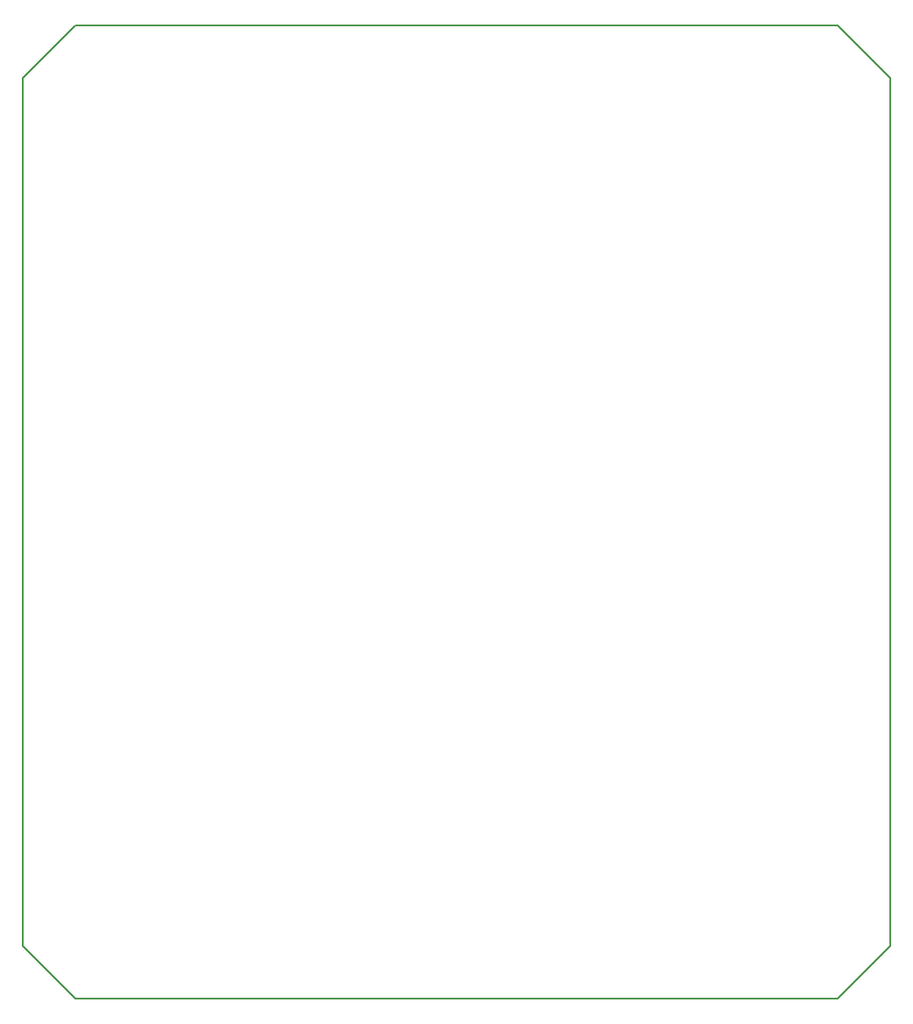
<source format=gbr>
%TF.GenerationSoftware,KiCad,Pcbnew,6.0.2+dfsg-1*%
%TF.CreationDate,2023-03-22T01:16:50-07:00*%
%TF.ProjectId,PICOnsole,5049434f-6e73-46f6-9c65-2e6b69636164,rev?*%
%TF.SameCoordinates,Original*%
%TF.FileFunction,Profile,NP*%
%FSLAX46Y46*%
G04 Gerber Fmt 4.6, Leading zero omitted, Abs format (unit mm)*
G04 Created by KiCad (PCBNEW 6.0.2+dfsg-1) date 2023-03-22 01:16:50*
%MOMM*%
%LPD*%
G01*
G04 APERTURE LIST*
%TA.AperFunction,Profile*%
%ADD10C,0.200000*%
%TD*%
G04 APERTURE END LIST*
D10*
X96520000Y-17780000D02*
X96520000Y-101600000D01*
X96520000Y-101600000D02*
X91440000Y-106680000D01*
X91440000Y-106680000D02*
X17780000Y-106680000D01*
X17780000Y-106680000D02*
X12700000Y-101600000D01*
X12700000Y-101600000D02*
X12700000Y-17780000D01*
X12700000Y-17780000D02*
X17780000Y-12700000D01*
X17780000Y-12700000D02*
X91440000Y-12700000D01*
X91440000Y-12700000D02*
X96520000Y-17780000D01*
M02*

</source>
